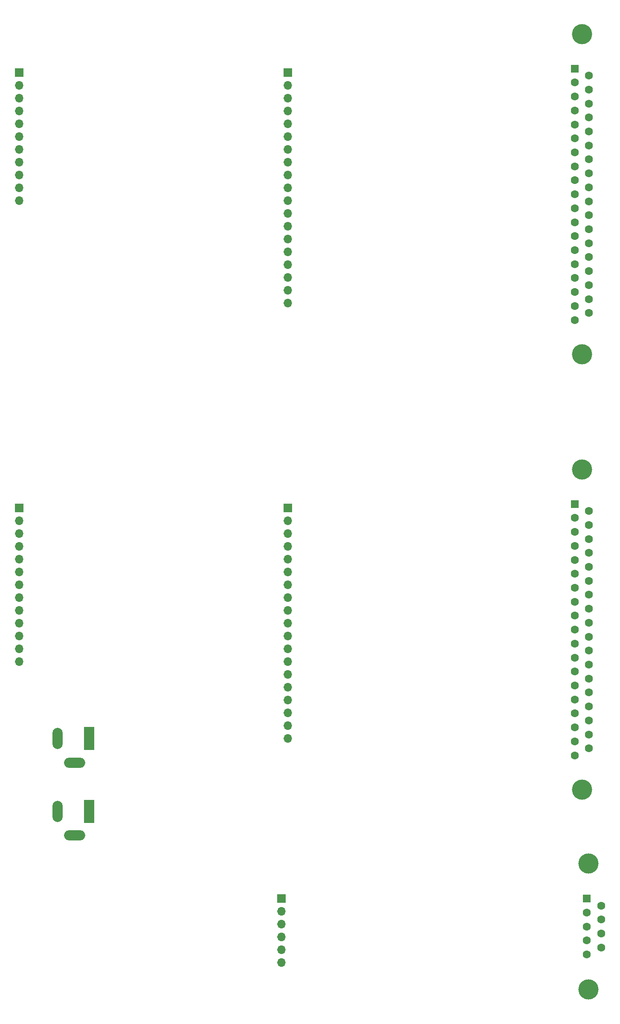
<source format=gbr>
%TF.GenerationSoftware,KiCad,Pcbnew,7.0.2-6a45011f42~172~ubuntu20.04.1*%
%TF.CreationDate,2023-07-07T12:58:52+09:00*%
%TF.ProjectId,Veronte68BreakOut,5665726f-6e74-4653-9638-427265616b4f,V1.1*%
%TF.SameCoordinates,Original*%
%TF.FileFunction,Soldermask,Bot*%
%TF.FilePolarity,Negative*%
%FSLAX46Y46*%
G04 Gerber Fmt 4.6, Leading zero omitted, Abs format (unit mm)*
G04 Created by KiCad (PCBNEW 7.0.2-6a45011f42~172~ubuntu20.04.1) date 2023-07-07 12:58:52*
%MOMM*%
%LPD*%
G01*
G04 APERTURE LIST*
%ADD10R,1.700000X1.700000*%
%ADD11O,1.700000X1.700000*%
%ADD12C,4.000000*%
%ADD13R,1.600000X1.600000*%
%ADD14C,1.600000*%
%ADD15R,2.000000X4.600000*%
%ADD16O,2.000000X4.200000*%
%ADD17O,4.200000X2.000000*%
G04 APERTURE END LIST*
D10*
%TO.C,J8*%
X125730000Y-201930000D03*
D11*
X125730000Y-204470000D03*
X125730000Y-207010000D03*
X125730000Y-209550000D03*
X125730000Y-212090000D03*
X125730000Y-214630000D03*
%TD*%
D10*
%TO.C,J7*%
X73660000Y-124460000D03*
D11*
X73660000Y-127000000D03*
X73660000Y-129540000D03*
X73660000Y-132080000D03*
X73660000Y-134620000D03*
X73660000Y-137160000D03*
X73660000Y-139700000D03*
X73660000Y-142240000D03*
X73660000Y-144780000D03*
X73660000Y-147320000D03*
X73660000Y-149860000D03*
X73660000Y-152400000D03*
X73660000Y-154940000D03*
%TD*%
D10*
%TO.C,J6*%
X127000000Y-124460000D03*
D11*
X127000000Y-127000000D03*
X127000000Y-129540000D03*
X127000000Y-132080000D03*
X127000000Y-134620000D03*
X127000000Y-137160000D03*
X127000000Y-139700000D03*
X127000000Y-142240000D03*
X127000000Y-144780000D03*
X127000000Y-147320000D03*
X127000000Y-149860000D03*
X127000000Y-152400000D03*
X127000000Y-154940000D03*
X127000000Y-157480000D03*
X127000000Y-160020000D03*
X127000000Y-162560000D03*
X127000000Y-165100000D03*
X127000000Y-167640000D03*
X127000000Y-170180000D03*
%TD*%
D12*
%TO.C,J2*%
X185420000Y-180340000D03*
X185420000Y-116840000D03*
D13*
X184000000Y-123660000D03*
D14*
X184000000Y-126430000D03*
X184000000Y-129200000D03*
X184000000Y-131970000D03*
X184000000Y-134740000D03*
X184000000Y-137510000D03*
X184000000Y-140280000D03*
X184000000Y-143050000D03*
X184000000Y-145820000D03*
X184000000Y-148590000D03*
X184000000Y-151360000D03*
X184000000Y-154130000D03*
X184000000Y-156900000D03*
X184000000Y-159670000D03*
X184000000Y-162440000D03*
X184000000Y-165210000D03*
X184000000Y-167980000D03*
X184000000Y-170750000D03*
X184000000Y-173520000D03*
X186840000Y-125045000D03*
X186840000Y-127815000D03*
X186840000Y-130585000D03*
X186840000Y-133355000D03*
X186840000Y-136125000D03*
X186840000Y-138895000D03*
X186840000Y-141665000D03*
X186840000Y-144435000D03*
X186840000Y-147205000D03*
X186840000Y-149975000D03*
X186840000Y-152745000D03*
X186840000Y-155515000D03*
X186840000Y-158285000D03*
X186840000Y-161055000D03*
X186840000Y-163825000D03*
X186840000Y-166595000D03*
X186840000Y-169365000D03*
X186840000Y-172135000D03*
%TD*%
D15*
%TO.C,J10*%
X87580000Y-184620000D03*
D16*
X81280000Y-184620000D03*
D17*
X84680000Y-189420000D03*
%TD*%
D10*
%TO.C,J4*%
X127000000Y-38100000D03*
D11*
X127000000Y-40640000D03*
X127000000Y-43180000D03*
X127000000Y-45720000D03*
X127000000Y-48260000D03*
X127000000Y-50800000D03*
X127000000Y-53340000D03*
X127000000Y-55880000D03*
X127000000Y-58420000D03*
X127000000Y-60960000D03*
X127000000Y-63500000D03*
X127000000Y-66040000D03*
X127000000Y-68580000D03*
X127000000Y-71120000D03*
X127000000Y-73660000D03*
X127000000Y-76200000D03*
X127000000Y-78740000D03*
X127000000Y-81280000D03*
X127000000Y-83820000D03*
%TD*%
D12*
%TO.C,J1*%
X185420000Y-93980000D03*
X185420000Y-30480000D03*
D13*
X184000000Y-37300000D03*
D14*
X184000000Y-40070000D03*
X184000000Y-42840000D03*
X184000000Y-45610000D03*
X184000000Y-48380000D03*
X184000000Y-51150000D03*
X184000000Y-53920000D03*
X184000000Y-56690000D03*
X184000000Y-59460000D03*
X184000000Y-62230000D03*
X184000000Y-65000000D03*
X184000000Y-67770000D03*
X184000000Y-70540000D03*
X184000000Y-73310000D03*
X184000000Y-76080000D03*
X184000000Y-78850000D03*
X184000000Y-81620000D03*
X184000000Y-84390000D03*
X184000000Y-87160000D03*
X186840000Y-38685000D03*
X186840000Y-41455000D03*
X186840000Y-44225000D03*
X186840000Y-46995000D03*
X186840000Y-49765000D03*
X186840000Y-52535000D03*
X186840000Y-55305000D03*
X186840000Y-58075000D03*
X186840000Y-60845000D03*
X186840000Y-63615000D03*
X186840000Y-66385000D03*
X186840000Y-69155000D03*
X186840000Y-71925000D03*
X186840000Y-74695000D03*
X186840000Y-77465000D03*
X186840000Y-80235000D03*
X186840000Y-83005000D03*
X186840000Y-85775000D03*
%TD*%
D10*
%TO.C,J5*%
X73660000Y-38100000D03*
D11*
X73660000Y-40640000D03*
X73660000Y-43180000D03*
X73660000Y-45720000D03*
X73660000Y-48260000D03*
X73660000Y-50800000D03*
X73660000Y-53340000D03*
X73660000Y-55880000D03*
X73660000Y-58420000D03*
X73660000Y-60960000D03*
X73660000Y-63500000D03*
%TD*%
D14*
%TO.C,J3*%
X189230000Y-211625000D03*
X189230000Y-208855000D03*
X189230000Y-206085000D03*
X189230000Y-203315000D03*
X186390000Y-213010000D03*
X186390000Y-210240000D03*
X186390000Y-207470000D03*
X186390000Y-204700000D03*
D13*
X186390000Y-201930000D03*
D12*
X186690000Y-194970000D03*
X186690000Y-219970000D03*
%TD*%
D15*
%TO.C,J11*%
X87580000Y-170180000D03*
D16*
X81280000Y-170180000D03*
D17*
X84680000Y-174980000D03*
%TD*%
M02*

</source>
